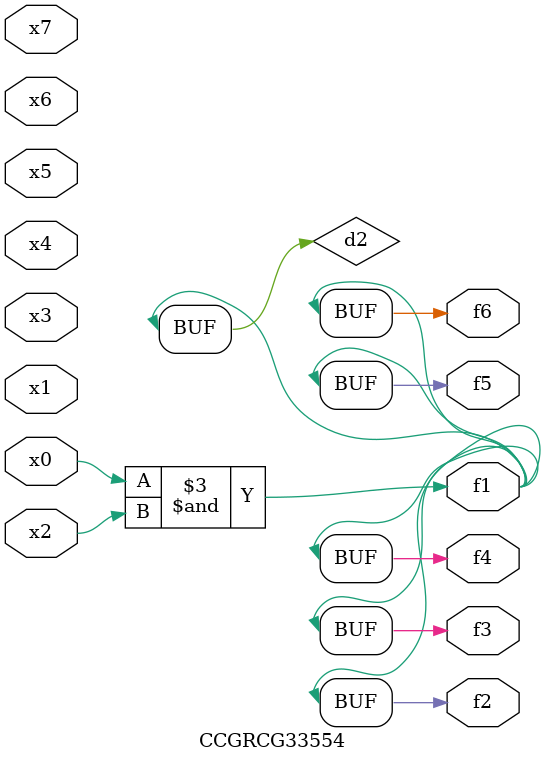
<source format=v>
module CCGRCG33554(
	input x0, x1, x2, x3, x4, x5, x6, x7,
	output f1, f2, f3, f4, f5, f6
);

	wire d1, d2;

	nor (d1, x3, x6);
	and (d2, x0, x2);
	assign f1 = d2;
	assign f2 = d2;
	assign f3 = d2;
	assign f4 = d2;
	assign f5 = d2;
	assign f6 = d2;
endmodule

</source>
